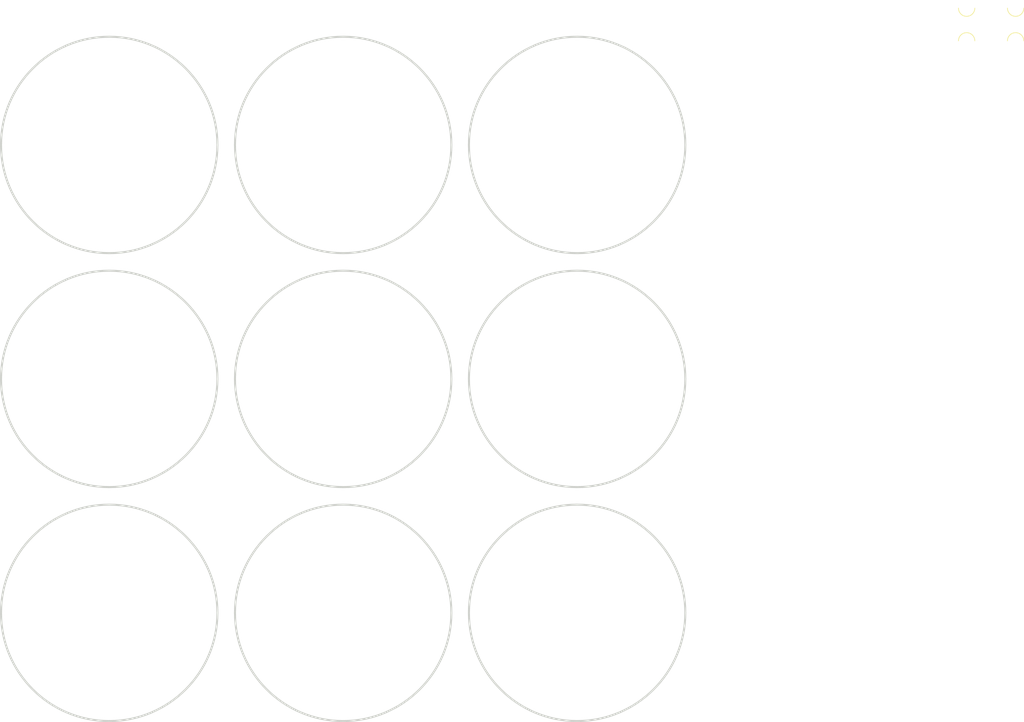
<source format=kicad_pcb>
(kicad_pcb (version 20171130) (host pcbnew 5.1.5-52549c5~84~ubuntu18.04.1)

  (general
    (thickness 1.6)
    (drawings 10)
    (tracks 0)
    (zones 0)
    (modules 2)
    (nets 1)
  )

  (page A4)
  (layers
    (0 Top signal)
    (31 Bottom signal)
    (32 B.Adhes user)
    (33 F.Adhes user)
    (34 B.Paste user)
    (35 F.Paste user)
    (36 B.SilkS user)
    (37 F.SilkS user hide)
    (38 B.Mask user)
    (39 F.Mask user)
    (40 Dwgs.User user)
    (41 Cmts.User user)
    (42 Eco1.User user)
    (43 Eco2.User user)
    (44 Edge.Cuts user)
    (45 Margin user)
    (46 B.CrtYd user)
    (47 F.CrtYd user)
    (48 B.Fab user)
    (49 F.Fab user)
  )

  (setup
    (last_trace_width 0.25)
    (trace_clearance 0.2)
    (zone_clearance 0.508)
    (zone_45_only no)
    (trace_min 0.2)
    (via_size 0.8)
    (via_drill 0.4)
    (via_min_size 0.4)
    (via_min_drill 0.3)
    (uvia_size 0.3)
    (uvia_drill 0.1)
    (uvias_allowed no)
    (uvia_min_size 0.2)
    (uvia_min_drill 0.1)
    (edge_width 0.05)
    (segment_width 0.2)
    (pcb_text_width 0.3)
    (pcb_text_size 1.5 1.5)
    (mod_edge_width 0.12)
    (mod_text_size 1 1)
    (mod_text_width 0.15)
    (pad_size 1.524 1.524)
    (pad_drill 0.762)
    (pad_to_mask_clearance 0.051)
    (solder_mask_min_width 0.25)
    (aux_axis_origin 0 0)
    (visible_elements FFFFFF7F)
    (pcbplotparams
      (layerselection 0x010f0_ffffffff)
      (usegerberextensions true)
      (usegerberattributes false)
      (usegerberadvancedattributes false)
      (creategerberjobfile false)
      (excludeedgelayer true)
      (linewidth 0.100000)
      (plotframeref false)
      (viasonmask false)
      (mode 1)
      (useauxorigin false)
      (hpglpennumber 1)
      (hpglpenspeed 20)
      (hpglpendiameter 15.000000)
      (psnegative false)
      (psa4output false)
      (plotreference true)
      (plotvalue true)
      (plotinvisibletext false)
      (padsonsilk false)
      (subtractmaskfromsilk false)
      (outputformat 1)
      (mirror false)
      (drillshape 0)
      (scaleselection 1)
      (outputdirectory "/home/greynaga/Github/Varios/Attiny_Wearable/Cody_Pin/Gerbers/"))
  )

  (net 0 "")

  (net_class Default "This is the default net class."
    (clearance 0.2)
    (trace_width 0.25)
    (via_dia 0.8)
    (via_drill 0.4)
    (uvia_dia 0.3)
    (uvia_drill 0.1)
  )

  (module Panelization:mouse-bite-2mm-slot (layer Top) (tedit 551DB891) (tstamp 5DED119D)
    (at 211 55 90)
    (fp_text reference mouse-bite-2mm-slot (at 0 -2 90) (layer F.SilkS) hide
      (effects (font (size 1 1) (thickness 0.2)))
    )
    (fp_text value VAL** (at 0 2.1 90) (layer F.SilkS) hide
      (effects (font (size 1 1) (thickness 0.2)))
    )
    (fp_arc (start -2 0) (end -2 -1) (angle 180) (layer F.SilkS) (width 0.1))
    (fp_arc (start 2 0) (end 2 1) (angle 180) (layer F.SilkS) (width 0.1))
    (fp_circle (center 2 0) (end 2.06 0) (layer Dwgs.User) (width 0.05))
    (fp_circle (center -2 0) (end -2 -0.06) (layer Dwgs.User) (width 0.05))
    (fp_line (start -2 0) (end -2 0) (layer Eco1.User) (width 2))
    (fp_line (start 2 0) (end 2 0) (layer Eco1.User) (width 2))
    (pad "" np_thru_hole circle (at 0 -0.75 90) (size 0.5 0.5) (drill 0.5) (layers *.Cu *.Mask))
    (pad "" np_thru_hole circle (at 0 0.75 90) (size 0.5 0.5) (drill 0.5) (layers *.Cu *.Mask))
    (pad "" np_thru_hole circle (at 0.75 -0.75 90) (size 0.5 0.5) (drill 0.5) (layers *.Cu *.Mask))
    (pad "" np_thru_hole circle (at -0.75 -0.75 90) (size 0.5 0.5) (drill 0.5) (layers *.Cu *.Mask))
    (pad "" np_thru_hole circle (at -0.75 0.75 90) (size 0.5 0.5) (drill 0.5) (layers *.Cu *.Mask))
    (pad "" np_thru_hole circle (at 0.75 0.75 90) (size 0.5 0.5) (drill 0.5) (layers *.Cu *.Mask))
  )

  (module Panelization:mouse-bite-2mm-slot (layer Top) (tedit 551DB891) (tstamp 5DED119B)
    (at 205 55 90)
    (fp_text reference mouse-bite-2mm-slot (at 0 -2 90) (layer F.SilkS) hide
      (effects (font (size 1 1) (thickness 0.2)))
    )
    (fp_text value VAL** (at 0 2.1 90) (layer F.SilkS) hide
      (effects (font (size 1 1) (thickness 0.2)))
    )
    (fp_line (start 2 0) (end 2 0) (layer Eco1.User) (width 2))
    (fp_line (start -2 0) (end -2 0) (layer Eco1.User) (width 2))
    (fp_circle (center -2 0) (end -2 -0.06) (layer Dwgs.User) (width 0.05))
    (fp_circle (center 2 0) (end 2.06 0) (layer Dwgs.User) (width 0.05))
    (fp_arc (start 2 0) (end 2 1) (angle 180) (layer F.SilkS) (width 0.1))
    (fp_arc (start -2 0) (end -2 -1) (angle 180) (layer F.SilkS) (width 0.1))
    (pad "" np_thru_hole circle (at 0.75 0.75 90) (size 0.5 0.5) (drill 0.5) (layers *.Cu *.Mask))
    (pad "" np_thru_hole circle (at -0.75 0.75 90) (size 0.5 0.5) (drill 0.5) (layers *.Cu *.Mask))
    (pad "" np_thru_hole circle (at -0.75 -0.75 90) (size 0.5 0.5) (drill 0.5) (layers *.Cu *.Mask))
    (pad "" np_thru_hole circle (at 0.75 -0.75 90) (size 0.5 0.5) (drill 0.5) (layers *.Cu *.Mask))
    (pad "" np_thru_hole circle (at 0 0.75 90) (size 0.5 0.5) (drill 0.5) (layers *.Cu *.Mask))
    (pad "" np_thru_hole circle (at 0 -0.75 90) (size 0.5 0.5) (drill 0.5) (layers *.Cu *.Mask))
  )

  (dimension 2.15 (width 0.15) (layer Dwgs.User)
    (gr_text "2.150 mm" (at 145.7 84.075 90) (layer Dwgs.User)
      (effects (font (size 1 1) (thickness 0.15)))
    )
    (feature1 (pts (xy 157.3 83) (xy 146.413579 83)))
    (feature2 (pts (xy 157.3 85.15) (xy 146.413579 85.15)))
    (crossbar (pts (xy 147 85.15) (xy 147 83)))
    (arrow1a (pts (xy 147 83) (xy 147.586421 84.126504)))
    (arrow1b (pts (xy 147 83) (xy 146.413579 84.126504)))
    (arrow2a (pts (xy 147 85.15) (xy 147.586421 84.023496)))
    (arrow2b (pts (xy 147 85.15) (xy 146.413579 84.023496)))
  )
  (gr_circle (center 157.3 127.05) (end 170.55 127.05) (layer Edge.Cuts) (width 0.25) (tstamp 5DED0F90))
  (gr_circle (center 128.65 127.05) (end 141.9 127.05) (layer Edge.Cuts) (width 0.25) (tstamp 5DED0F8E))
  (gr_circle (center 100 127.05) (end 113.25 127.05) (layer Edge.Cuts) (width 0.25) (tstamp 5DED0F8C))
  (gr_circle (center 157.3 98.4) (end 170.55 98.4) (layer Edge.Cuts) (width 0.25) (tstamp 5DED0F8A))
  (gr_circle (center 128.65 98.4) (end 141.9 98.4) (layer Edge.Cuts) (width 0.25) (tstamp 5DED0F88))
  (gr_circle (center 100 98.4) (end 113.25 98.4) (layer Edge.Cuts) (width 0.25) (tstamp 5DED0F86))
  (gr_circle (center 157.3 69.75) (end 170.55 69.75) (layer Edge.Cuts) (width 0.25) (tstamp 5DED0F84))
  (gr_circle (center 128.65 69.75) (end 141.9 69.75) (layer Edge.Cuts) (width 0.25) (tstamp 5DED0F82))
  (gr_circle (center 100 69.75) (end 113.25 69.75) (layer Edge.Cuts) (width 0.25))

)

</source>
